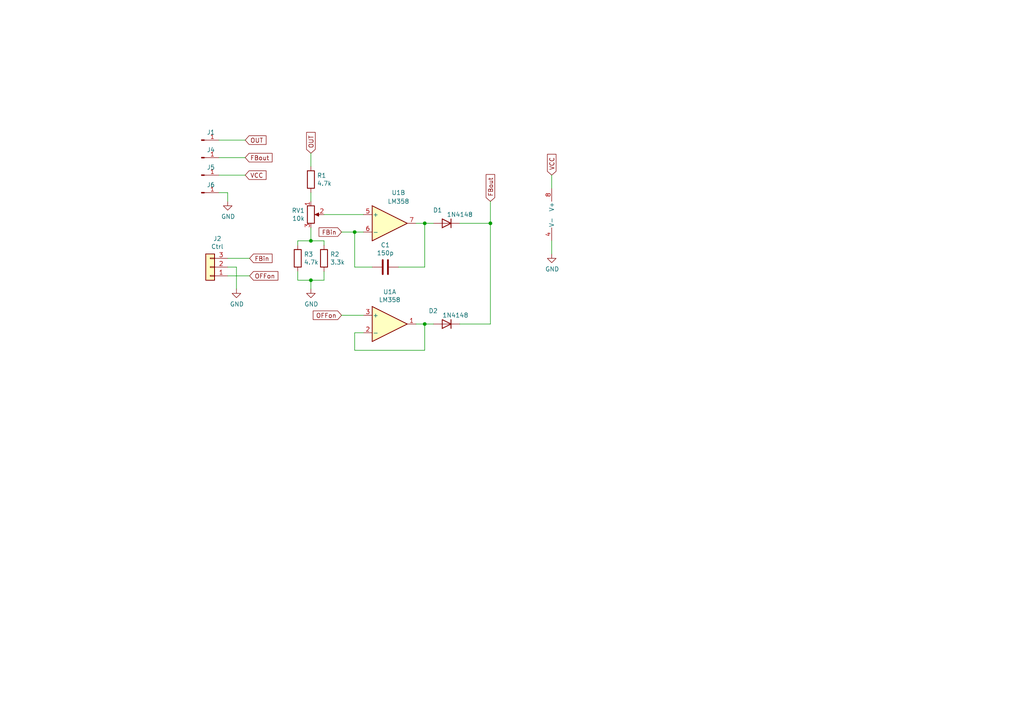
<source format=kicad_sch>
(kicad_sch (version 20211123) (generator eeschema)
  (paper "A4")
  (lib_symbols
    (symbol "Amplifier_Operational:LM358" (pin_names (offset 0.127))
      (property "Reference" "U" (at 0 5.08 0))
      (property "Value" "LM358" (at 0 -5.08 0))
      (symbol "LM358_1_1"
        (polyline (pts (xy -5.08 5.08) (xy 5.08 0) (xy -5.08 -5.08) (xy -5.08 5.08)) (stroke (width 0.254)) (fill (type background)))
        (pin output line (at 7.62 0 180) (length 2.54) (name "~") (number "1"))
        (pin input line (at -7.62 -2.54 0) (length 2.54) (name "-") (number "2"))
        (pin input line (at -7.62 2.54 0) (length 2.54) (name "+") (number "3"))
      )
      (symbol "LM358_2_1"
        (polyline (pts (xy -5.08 5.08) (xy 5.08 0) (xy -5.08 -5.08) (xy -5.08 5.08)) (stroke (width 0.254)) (fill (type background)))
        (pin input line (at -7.62 2.54 0) (length 2.54) (name "+") (number "5"))
        (pin input line (at -7.62 -2.54 0) (length 2.54) (name "-") (number "6"))
        (pin output line (at 7.62 0 180) (length 2.54) (name "~") (number "7"))
      )
      (symbol "LM358_3_1"
        (pin power_in line (at -2.54 -7.62 90) (length 3.81) (name "V-") (number "4"))
        (pin power_in line (at -2.54 7.62 270) (length 3.81) (name "V+") (number "8"))
      )
    )
    (symbol "Connector:Conn_01x01_Male" (pin_names (offset 1.016) hide)
      (property "Reference" "J" (at 0 2.54 0))
      (property "Value" "Conn_01x01_Male" (at 0 -2.54 0))
      (symbol "Conn_01x01_Male_1_1"
        (polyline (pts (xy 1.27 0) (xy 0.8636 0)) (stroke (width 0.1524)))
        (rectangle (start 0.8636 0.127) (end 0 -0.127) (stroke (width 0.1524)) (fill (type outline)))
        (pin passive line (at 5.08 0 180) (length 3.81) (name "Pin_1") (number "1"))
      )
    )
    (symbol "Connector_Generic:Conn_01x03" (pin_names (offset 1.016) hide)
      (property "Reference" "J" (at 0 5.08 0))
      (property "Value" "Conn_01x03" (at 0 -5.08 0))
      (symbol "Conn_01x03_1_1"
        (rectangle (start -1.27 -2.413) (end 0 -2.667) (stroke (width 0.1524)))
        (rectangle (start -1.27 0.127) (end 0 -0.127) (stroke (width 0.1524)))
        (rectangle (start -1.27 2.667) (end 0 2.413) (stroke (width 0.1524)))
        (rectangle (start -1.27 3.81) (end 1.27 -3.81) (stroke (width 0.254)) (fill (type background)))
        (pin passive line (at -5.08 2.54 0) (length 3.81) (name "Pin_1") (number "1"))
        (pin passive line (at -5.08 0 0) (length 3.81) (name "Pin_2") (number "2"))
        (pin passive line (at -5.08 -2.54 0) (length 3.81) (name "Pin_3") (number "3"))
      )
    )
    (symbol "Device:C" (pin_numbers hide) (pin_names (offset 0.254))
      (property "Reference" "C" (at 0.635 2.54 0))
      (property "Value" "C" (at 0.635 -2.54 0))
      (symbol "C_0_1"
        (polyline (pts (xy -2.032 -0.762) (xy 2.032 -0.762)) (stroke (width 0.508)))
        (polyline (pts (xy -2.032 0.762) (xy 2.032 0.762)) (stroke (width 0.508)))
      )
      (symbol "C_1_1"
        (pin passive line (at 0 3.81 270) (length 2.794) (name "~") (number "1"))
        (pin passive line (at 0 -3.81 90) (length 2.794) (name "~") (number "2"))
      )
    )
    (symbol "Device:R" (pin_numbers hide) (pin_names (offset 0))
      (property "Reference" "R" (at 2.032 0 90))
      (property "Value" "R" (at 0 0 90))
      (symbol "R_0_1"
        (rectangle (start -1.016 -2.54) (end 1.016 2.54) (stroke (width 0.254)))
      )
      (symbol "R_1_1"
        (pin passive line (at 0 3.81 270) (length 1.27) (name "~") (number "1"))
        (pin passive line (at 0 -3.81 90) (length 1.27) (name "~") (number "2"))
      )
    )
    (symbol "Diode:1N4148" (pin_numbers hide) (pin_names (offset 1.016) hide)
      (property "Reference" "D" (at 0 2.54 0))
      (property "Value" "1N4148" (at 0 -2.54 0))
      (symbol "1N4148_0_1"
        (polyline (pts (xy -1.27 1.27) (xy -1.27 -1.27)) (stroke (width 0.254)))
        (polyline (pts (xy 1.27 0) (xy -1.27 0)))
        (polyline (pts (xy 1.27 1.27) (xy 1.27 -1.27) (xy -1.27 0) (xy 1.27 1.27)) (stroke (width 0.254)))
      )
      (symbol "1N4148_1_1"
        (pin passive line (at -3.81 0 0) (length 2.54) (name "K") (number "1"))
        (pin passive line (at 3.81 0 180) (length 2.54) (name "A") (number "2"))
      )
    )
    (symbol "XL4016_shield-rescue:R_POT-Device" (pin_names (offset 1.016) hide)
      (property "Reference" "RV" (at -4.445 0 90))
      (property "Value" "R_POT-Device" (at -2.54 0 90))
      (symbol "R_POT-Device_0_1"
        (polyline (pts (xy 2.54 0) (xy 1.524 0)))
        (polyline (pts (xy 1.143 0) (xy 2.286 0.508) (xy 2.286 -0.508) (xy 1.143 0)) (fill (type outline)))
        (rectangle (start 1.016 2.54) (end -1.016 -2.54) (stroke (width 0.254)))
      )
      (symbol "R_POT-Device_1_1"
        (pin passive line (at 0 3.81 270) (length 1.27) (name "1") (number "1"))
        (pin passive line (at 3.81 0 180) (length 1.27) (name "2") (number "2"))
        (pin passive line (at 0 -3.81 90) (length 1.27) (name "3") (number "3"))
      )
    )
    (symbol "power:GND" (power) (pin_names (offset 0))
      (property "Value" "GND" (at 0 -3.81 0))
      (symbol "GND_0_1"
        (polyline (pts (xy 0 0) (xy 0 -1.27) (xy 1.27 -1.27) (xy 0 -2.54) (xy -1.27 -1.27) (xy 0 -1.27)))
      )
      (symbol "GND_1_1"
        (pin power_in line (at 0 0 270) (length 0) hide (name "GND") (number "1"))
      )
    )
  )
  (junction (at 102.87 67.31))
  (junction (at 90.17 81.28))
  (junction (at 123.19 64.77))
  (junction (at 142.24 64.77))
  (junction (at 90.17 69.85))
  (junction (at 123.19 93.98))
  (wire (pts (xy 86.36 69.85) (xy 86.36 71.12)))
  (wire (pts (xy 102.87 101.6) (xy 123.19 101.6)))
  (wire (pts (xy 93.98 71.12) (xy 93.98 69.85)))
  (wire (pts (xy 90.17 83.82) (xy 90.17 81.28)))
  (wire (pts (xy 160.02 50.8) (xy 160.02 54.61)))
  (wire (pts (xy 63.5 55.88) (xy 66.04 55.88)))
  (wire (pts (xy 123.19 101.6) (xy 123.19 93.98)))
  (wire (pts (xy 142.24 93.98) (xy 142.24 64.77)))
  (wire (pts (xy 71.12 40.64) (xy 63.5 40.64)))
  (wire (pts (xy 102.87 67.31) (xy 105.41 67.31)))
  (wire (pts (xy 102.87 77.47) (xy 102.87 67.31)))
  (wire (pts (xy 86.36 81.28) (xy 90.17 81.28)))
  (wire (pts (xy 102.87 96.52) (xy 102.87 101.6)))
  (wire (pts (xy 68.58 83.82) (xy 68.58 77.47)))
  (wire (pts (xy 93.98 62.23) (xy 105.41 62.23)))
  (wire (pts (xy 142.24 64.77) (xy 142.24 58.42)))
  (wire (pts (xy 86.36 78.74) (xy 86.36 81.28)))
  (wire (pts (xy 123.19 77.47) (xy 123.19 64.77)))
  (wire (pts (xy 133.35 64.77) (xy 142.24 64.77)))
  (wire (pts (xy 93.98 69.85) (xy 90.17 69.85)))
  (wire (pts (xy 93.98 81.28) (xy 93.98 78.74)))
  (wire (pts (xy 125.73 93.98) (xy 123.19 93.98)))
  (wire (pts (xy 72.39 80.01) (xy 66.04 80.01)))
  (wire (pts (xy 71.12 45.72) (xy 63.5 45.72)))
  (wire (pts (xy 123.19 64.77) (xy 120.65 64.77)))
  (wire (pts (xy 99.06 67.31) (xy 102.87 67.31)))
  (wire (pts (xy 68.58 77.47) (xy 66.04 77.47)))
  (wire (pts (xy 105.41 96.52) (xy 102.87 96.52)))
  (wire (pts (xy 99.06 91.44) (xy 105.41 91.44)))
  (wire (pts (xy 123.19 93.98) (xy 120.65 93.98)))
  (wire (pts (xy 160.02 73.66) (xy 160.02 69.85)))
  (wire (pts (xy 125.73 64.77) (xy 123.19 64.77)))
  (wire (pts (xy 90.17 69.85) (xy 86.36 69.85)))
  (wire (pts (xy 90.17 81.28) (xy 93.98 81.28)))
  (wire (pts (xy 107.95 77.47) (xy 102.87 77.47)))
  (wire (pts (xy 63.5 50.8) (xy 71.12 50.8)))
  (wire (pts (xy 133.35 93.98) (xy 142.24 93.98)))
  (wire (pts (xy 90.17 66.04) (xy 90.17 69.85)))
  (wire (pts (xy 66.04 55.88) (xy 66.04 58.42)))
  (wire (pts (xy 90.17 58.42) (xy 90.17 55.88)))
  (wire (pts (xy 72.39 74.93) (xy 66.04 74.93)))
  (wire (pts (xy 90.17 48.26) (xy 90.17 44.45)))
  (wire (pts (xy 115.57 77.47) (xy 123.19 77.47)))
  (global_label "OFFon" (shape input) (at 99.06 91.44 180) (property "Обозначения листов" "${INTERSHEET_REFS}" (effects hide)))
  (global_label "FBin" (shape input) (at 72.39 74.93 0) (property "Обозначения листов" "${INTERSHEET_REFS}" (effects hide)))
  (global_label "VCC" (shape input) (at 160.02 50.8 90) (property "Обозначения листов" "${INTERSHEET_REFS}" (effects hide)))
  (global_label "OUT" (shape input) (at 71.12 40.64 0) (property "Обозначения листов" "${INTERSHEET_REFS}" (effects hide)))
  (global_label "OFFon" (shape input) (at 72.39 80.01 0) (property "Обозначения листов" "${INTERSHEET_REFS}" (effects hide)))
  (global_label "FBin" (shape input) (at 99.06 67.31 180) (property "Обозначения листов" "${INTERSHEET_REFS}" (effects hide)))
  (global_label "OUT" (shape input) (at 90.17 44.45 90) (property "Обозначения листов" "${INTERSHEET_REFS}" (effects hide)))
  (global_label "FBout" (shape input) (at 71.12 45.72 0) (property "Обозначения листов" "${INTERSHEET_REFS}" (effects hide)))
  (global_label "FBout" (shape input) (at 142.24 58.42 90) (property "Обозначения листов" "${INTERSHEET_REFS}" (effects hide)))
  (global_label "VCC" (shape input) (at 71.12 50.8 0) (property "Обозначения листов" "${INTERSHEET_REFS}" (effects hide)))
  (symbol (lib_id "Amplifier_Operational:LM358") (at 113.03 93.98 0) (unit 1)
    (property "Reference" "U1" (at 113.03 84.6582 0))
    (property "Value" "LM358" (at 113.03 86.9696 0))
    (property "Footprint" "Package_SO:SO-8_3.9x4.9mm_P1.27mm" (effects hide))
    (property "Datasheet" "http://www.ti.com/lit/ds/symlink/lm2904-n.pdf" (effects hide))
  )
  (symbol (lib_id "Amplifier_Operational:LM358") (at 113.03 64.77 0) (unit 2)
    (property "Reference" "U1" (at 115.57 55.88 0))
    (property "Value" "LM358" (at 115.57 58.42 0))
    (property "Footprint" "Package_SO:SO-8_3.9x4.9mm_P1.27mm" (effects hide))
    (property "Datasheet" "http://www.ti.com/lit/ds/symlink/lm2904-n.pdf" (effects hide))
  )
  (symbol (lib_id "Amplifier_Operational:LM358") (at 162.56 62.23 0) (unit 3)
    (property "Reference" "U1" (effects hide))
    (property "Value" "LM358" (effects hide))
    (property "Footprint" "Package_SO:SO-8_3.9x4.9mm_P1.27mm" (effects hide))
    (property "Datasheet" "http://www.ti.com/lit/ds/symlink/lm2904-n.pdf" (effects hide))
  )
  (symbol (lib_id "Diode:1N4148") (at 129.54 64.77 180) (unit 1)
    (property "Reference" "D1" (at 128.27 60.96 0) (effects (justify left)))
    (property "Value" "1N4148" (at 137.16 62.23 0) (effects (justify left)))
    (property "Footprint" "Diode_SMD:D_SOD-123" (effects hide))
    (property "Datasheet" "https://assets.nexperia.com/documents/data-sheet/1N4148_1N4448.pdf" (effects hide))
  )
  (symbol (lib_id "Device:R") (at 93.98 74.93 0) (unit 1)
    (property "Reference" "R2" (at 95.758 73.7616 0) (effects (justify left)))
    (property "Value" "3.3k" (at 95.758 76.073 0) (effects (justify left)))
    (property "Footprint" "Resistor_SMD:R_0603_1608Metric_Pad0.98x0.95mm_HandSolder" (effects hide))
  )
  (symbol (lib_id "Device:R") (at 90.17 52.07 0) (unit 1)
    (property "Reference" "R1" (at 91.948 50.9016 0) (effects (justify left)))
    (property "Value" "4.7k" (at 91.948 53.213 0) (effects (justify left)))
    (property "Footprint" "Resistor_SMD:R_0603_1608Metric_Pad0.98x0.95mm_HandSolder" (effects hide))
  )
  (symbol (lib_id "XL4016_shield-rescue:R_POT-Device") (at 90.17 62.23 0) (unit 1)
    (property "Reference" "RV1" (at 88.392 61.0616 0) (effects (justify right)))
    (property "Value" "10k" (at 88.392 63.373 0) (effects (justify right)))
    (property "Footprint" "Potentiometer_THT:Potentiometer_Bourns_3386C_Horizontal" (effects hide))
  )
  (symbol (lib_id "Device:C") (at 111.76 77.47 270) (unit 1)
    (property "Reference" "C1" (at 111.76 71.0692 90))
    (property "Value" "150p" (at 111.76 73.3806 90))
    (property "Footprint" "Capacitor_SMD:C_0603_1608Metric_Pad1.08x0.95mm_HandSolder" (effects hide))
  )
  (symbol (lib_id "power:GND") (at 160.02 73.66 0) (unit 1)
    (property "Reference" "#PWR03" (effects hide))
    (property "Value" "GND" (at 160.147 78.0542 0))
  )
  (symbol (lib_id "power:GND") (at 90.17 83.82 0) (unit 1)
    (property "Reference" "#PWR02" (effects hide))
    (property "Value" "GND" (at 90.297 88.2142 0))
  )
  (symbol (lib_id "Connector:Conn_01x01_Male") (at 58.42 45.72 0) (unit 1)
    (property "Reference" "J4" (at 61.1632 43.4594 0))
    (property "Value" "FBout" (effects hide))
    (property "Footprint" "Connector_Pin:Pin_D0.7mm_L6.5mm_W1.8mm_FlatFork" (effects hide))
  )
  (symbol (lib_id "Connector:Conn_01x01_Male") (at 58.42 50.8 0) (unit 1)
    (property "Reference" "J5" (at 61.1632 48.5394 0))
    (property "Value" "VCC" (effects hide))
    (property "Footprint" "Connector_Pin:Pin_D0.7mm_L6.5mm_W1.8mm_FlatFork" (effects hide))
  )
  (symbol (lib_id "Connector:Conn_01x01_Male") (at 58.42 55.88 0) (unit 1)
    (property "Reference" "J6" (at 61.1632 53.6194 0))
    (property "Value" "GND" (effects hide))
    (property "Footprint" "Connector_Pin:Pin_D0.7mm_L6.5mm_W1.8mm_FlatFork" (effects hide))
  )
  (symbol (lib_id "power:GND") (at 66.04 58.42 0) (unit 1)
    (property "Reference" "#PWR01" (effects hide))
    (property "Value" "GND" (at 66.167 62.8142 0))
  )
  (symbol (lib_id "Connector:Conn_01x01_Male") (at 58.42 40.64 0) (unit 1)
    (property "Reference" "J1" (at 61.1632 38.3794 0))
    (property "Value" "OUT+" (effects hide))
    (property "Footprint" "Connector_Pin:Pin_D0.7mm_L6.5mm_W1.8mm_FlatFork" (effects hide))
  )
  (symbol (lib_id "Device:R") (at 86.36 74.93 0) (unit 1)
    (property "Reference" "R3" (at 88.138 73.7616 0) (effects (justify left)))
    (property "Value" "4.7k" (at 88.138 76.073 0) (effects (justify left)))
    (property "Footprint" "Resistor_SMD:R_0603_1608Metric_Pad0.98x0.95mm_HandSolder" (effects hide))
  )
  (symbol (lib_id "Diode:1N4148") (at 129.54 93.98 180) (unit 1)
    (property "Reference" "D2" (at 127 90.17 0) (effects (justify left)))
    (property "Value" "1N4148" (at 135.89 91.44 0) (effects (justify left)))
    (property "Footprint" "Diode_SMD:D_SOD-123" (effects hide))
    (property "Datasheet" "https://assets.nexperia.com/documents/data-sheet/1N4148_1N4448.pdf" (effects hide))
  )
  (symbol (lib_id "Connector_Generic:Conn_01x03") (at 60.96 77.47 180) (unit 1)
    (property "Reference" "J2" (at 63.0428 69.215 0))
    (property "Value" "Ctrl" (at 63.0428 71.5264 0))
    (property "Footprint" "Connector_PinHeader_2.54mm:PinHeader_1x03_P2.54mm_Vertical" (effects hide))
  )
  (symbol (lib_id "power:GND") (at 68.58 83.82 0) (unit 1)
    (property "Reference" "#PWR04" (effects hide))
    (property "Value" "GND" (at 68.707 88.2142 0))
  )
)
</source>
